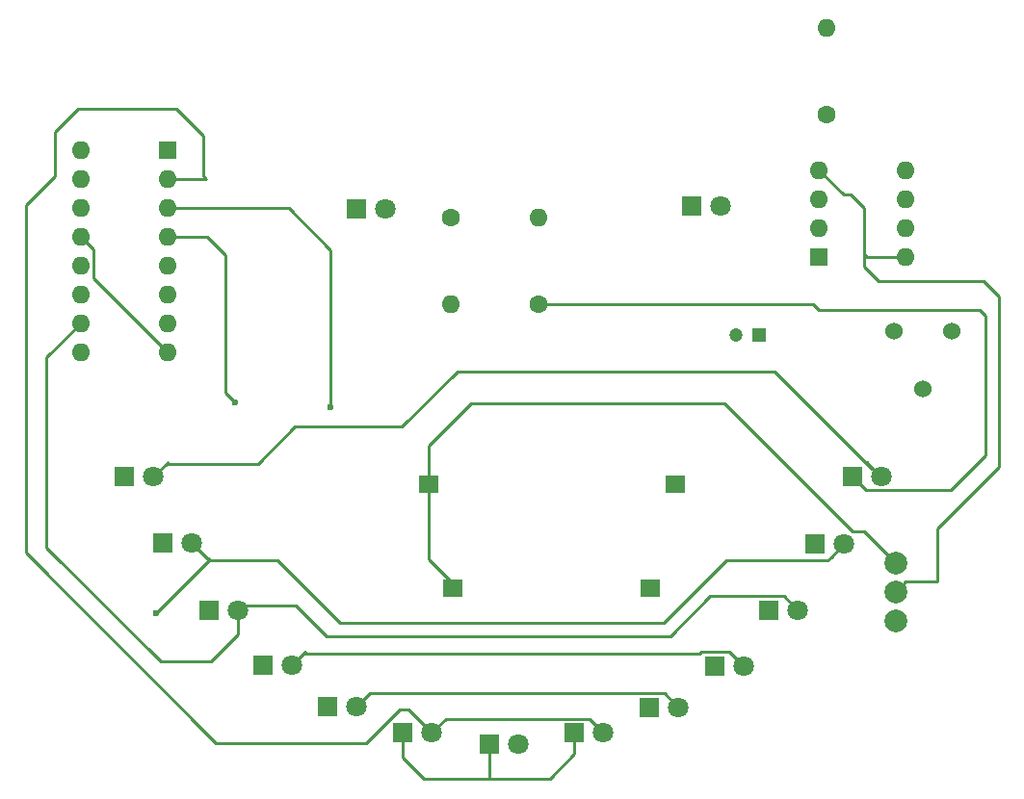
<source format=gbr>
%TF.GenerationSoftware,KiCad,Pcbnew,(5.1.9)-1*%
%TF.CreationDate,2021-05-28T20:42:47+02:00*%
%TF.ProjectId,Smiley2,536d696c-6579-4322-9e6b-696361645f70,rev?*%
%TF.SameCoordinates,Original*%
%TF.FileFunction,Copper,L1,Top*%
%TF.FilePolarity,Positive*%
%FSLAX46Y46*%
G04 Gerber Fmt 4.6, Leading zero omitted, Abs format (unit mm)*
G04 Created by KiCad (PCBNEW (5.1.9)-1) date 2021-05-28 20:42:47*
%MOMM*%
%LPD*%
G01*
G04 APERTURE LIST*
%TA.AperFunction,ComponentPad*%
%ADD10R,1.700000X1.524000*%
%TD*%
%TA.AperFunction,ComponentPad*%
%ADD11C,1.524000*%
%TD*%
%TA.AperFunction,ComponentPad*%
%ADD12R,1.200000X1.200000*%
%TD*%
%TA.AperFunction,ComponentPad*%
%ADD13C,1.200000*%
%TD*%
%TA.AperFunction,ComponentPad*%
%ADD14R,1.800000X1.800000*%
%TD*%
%TA.AperFunction,ComponentPad*%
%ADD15C,1.800000*%
%TD*%
%TA.AperFunction,ComponentPad*%
%ADD16O,1.600000X1.600000*%
%TD*%
%TA.AperFunction,ComponentPad*%
%ADD17C,1.600000*%
%TD*%
%TA.AperFunction,ComponentPad*%
%ADD18C,2.000000*%
%TD*%
%TA.AperFunction,ComponentPad*%
%ADD19R,1.600000X1.600000*%
%TD*%
%TA.AperFunction,ViaPad*%
%ADD20C,0.600000*%
%TD*%
%TA.AperFunction,Conductor*%
%ADD21C,0.250000*%
%TD*%
G04 APERTURE END LIST*
D10*
%TO.P,BAT-HLD-002,~*%
%TO.N,Net-(S1-Pad3)*%
X153611400Y-108419700D03*
%TO.P,BAT-HLD-002,1*%
%TO.N,N/C*%
X171051400Y-108459700D03*
%TO.P,BAT-HLD-002,~*%
%TO.N,Net-(S1-Pad3)*%
X151501400Y-99309700D03*
%TO.P,BAT-HLD-002,1*%
%TO.N,N/C*%
X173231400Y-99349700D03*
%TD*%
D11*
%TO.P,REF\u002A\u002A,3*%
%TO.N,Net-(P1-Pad1)*%
X194957700Y-90944700D03*
%TO.P,REF\u002A\u002A,2*%
%TO.N,Net-(C1-Pad1)*%
X192417700Y-85864700D03*
%TO.P,REF\u002A\u002A,1*%
%TO.N,Net-(P1-Pad1)*%
X197497700Y-85864700D03*
%TD*%
D12*
%TO.P,C1,1*%
%TO.N,Net-(C1-Pad1)*%
X180555900Y-86207600D03*
D13*
%TO.P,C1,2*%
%TO.N,Net-(C1-Pad2)*%
X178555900Y-86207600D03*
%TD*%
D14*
%TO.P,D1,1*%
%TO.N,Net-(D2-Pad1)*%
X156858600Y-122139100D03*
D15*
%TO.P,D1,2*%
%TO.N,Net-(D1-Pad2)*%
X159398600Y-122139100D03*
%TD*%
%TO.P,D2,2*%
%TO.N,Net-(D2-Pad2)*%
X166888600Y-121189100D03*
D14*
%TO.P,D2,1*%
%TO.N,Net-(D2-Pad1)*%
X164348600Y-121189100D03*
%TD*%
D15*
%TO.P,D3,2*%
%TO.N,Net-(D3-Pad2)*%
X173478600Y-118929100D03*
D14*
%TO.P,D3,1*%
%TO.N,Net-(D2-Pad1)*%
X170938600Y-118929100D03*
%TD*%
D15*
%TO.P,D4,2*%
%TO.N,Net-(D4-Pad2)*%
X179208600Y-115279100D03*
D14*
%TO.P,D4,1*%
%TO.N,Net-(D2-Pad1)*%
X176668600Y-115279100D03*
%TD*%
%TO.P,D5,1*%
%TO.N,Net-(D2-Pad1)*%
X181448600Y-110399100D03*
D15*
%TO.P,D5,2*%
%TO.N,Net-(D5-Pad2)*%
X183988600Y-110399100D03*
%TD*%
D14*
%TO.P,D6,1*%
%TO.N,Net-(D2-Pad1)*%
X185476600Y-104592100D03*
D15*
%TO.P,D6,2*%
%TO.N,Net-(D6-Pad2)*%
X188016600Y-104592100D03*
%TD*%
%TO.P,D7,2*%
%TO.N,Net-(D7-Pad2)*%
X191298600Y-98623100D03*
D14*
%TO.P,D7,1*%
%TO.N,Net-(D2-Pad1)*%
X188758600Y-98623100D03*
%TD*%
D15*
%TO.P,D8,2*%
%TO.N,Net-(U2-Pad3)*%
X177221600Y-74874100D03*
D14*
%TO.P,D8,1*%
%TO.N,Net-(D8-Pad1)*%
X174681600Y-74874100D03*
%TD*%
%TO.P,D22,1*%
%TO.N,Net-(D2-Pad1)*%
X149278600Y-121189100D03*
D15*
%TO.P,D22,2*%
%TO.N,Net-(D2-Pad2)*%
X151818600Y-121189100D03*
%TD*%
D14*
%TO.P,D33,1*%
%TO.N,Net-(D2-Pad1)*%
X142638600Y-118889100D03*
D15*
%TO.P,D33,2*%
%TO.N,Net-(D3-Pad2)*%
X145178600Y-118889100D03*
%TD*%
D14*
%TO.P,D44,1*%
%TO.N,Net-(D2-Pad1)*%
X136948600Y-115229100D03*
D15*
%TO.P,D44,2*%
%TO.N,Net-(D4-Pad2)*%
X139488600Y-115229100D03*
%TD*%
%TO.P,D55,2*%
%TO.N,Net-(D5-Pad2)*%
X134798600Y-110399100D03*
D14*
%TO.P,D55,1*%
%TO.N,Net-(D2-Pad1)*%
X132258600Y-110399100D03*
%TD*%
D15*
%TO.P,D66,2*%
%TO.N,Net-(D6-Pad2)*%
X130738600Y-104489100D03*
D14*
%TO.P,D66,1*%
%TO.N,Net-(D2-Pad1)*%
X128198600Y-104489100D03*
%TD*%
%TO.P,D77,1*%
%TO.N,Net-(D2-Pad1)*%
X124808600Y-98669100D03*
D15*
%TO.P,D77,2*%
%TO.N,Net-(D7-Pad2)*%
X127348600Y-98669100D03*
%TD*%
D14*
%TO.P,D88,1*%
%TO.N,Net-(D8-Pad1)*%
X145148600Y-75139100D03*
D15*
%TO.P,D88,2*%
%TO.N,Net-(U2-Pad3)*%
X147688600Y-75139100D03*
%TD*%
D16*
%TO.P,R1,2*%
%TO.N,Net-(P1-Pad1)*%
X186486800Y-59156600D03*
D17*
%TO.P,R1,1*%
%TO.N,Net-(C3-Pad1)*%
X186486800Y-66776600D03*
%TD*%
D16*
%TO.P,R2,2*%
%TO.N,Net-(C1-Pad2)*%
X153508600Y-83479100D03*
D17*
%TO.P,R2,1*%
%TO.N,Net-(D8-Pad1)*%
X153508600Y-75859100D03*
%TD*%
%TO.P,R3,1*%
%TO.N,Net-(D2-Pad1)*%
X161219600Y-83446600D03*
D16*
%TO.P,R3,2*%
%TO.N,Net-(C1-Pad2)*%
X161219600Y-75826600D03*
%TD*%
D18*
%TO.P,S1,1*%
%TO.N,Net-(S1-Pad1)*%
X192588600Y-111299100D03*
%TO.P,S1,2*%
%TO.N,Net-(C3-Pad1)*%
X192588600Y-108759100D03*
%TO.P,S1,3*%
%TO.N,Net-(S1-Pad3)*%
X192588600Y-106219100D03*
%TD*%
D19*
%TO.P,U2,1*%
%TO.N,Net-(C1-Pad2)*%
X185813700Y-79298800D03*
D16*
%TO.P,U2,5*%
%TO.N,Net-(C2-Pad1)*%
X193433700Y-71678800D03*
%TO.P,U2,2*%
%TO.N,Net-(C1-Pad1)*%
X185813700Y-76758800D03*
%TO.P,U2,6*%
X193433700Y-74218800D03*
%TO.P,U2,3*%
%TO.N,Net-(U2-Pad3)*%
X185813700Y-74218800D03*
%TO.P,U2,7*%
%TO.N,Net-(P1-Pad1)*%
X193433700Y-76758800D03*
%TO.P,U2,4*%
%TO.N,Net-(C3-Pad1)*%
X185813700Y-71678800D03*
%TO.P,U2,8*%
X193433700Y-79298800D03*
%TD*%
D19*
%TO.P,U3,1*%
%TO.N,Net-(D6-Pad2)*%
X128580600Y-69921100D03*
D16*
%TO.P,U3,9*%
%TO.N,Net-(U3-Pad9)*%
X120960600Y-87701100D03*
%TO.P,U3,2*%
%TO.N,Net-(D2-Pad2)*%
X128580600Y-72461100D03*
%TO.P,U3,10*%
%TO.N,Net-(D5-Pad2)*%
X120960600Y-85161100D03*
%TO.P,U3,3*%
%TO.N,Net-(D1-Pad2)*%
X128580600Y-75001100D03*
%TO.P,U3,11*%
%TO.N,Net-(U3-Pad11)*%
X120960600Y-82621100D03*
%TO.P,U3,4*%
%TO.N,Net-(D3-Pad2)*%
X128580600Y-77541100D03*
%TO.P,U3,12*%
%TO.N,Net-(U3-Pad12)*%
X120960600Y-80081100D03*
%TO.P,U3,5*%
%TO.N,Net-(D7-Pad2)*%
X128580600Y-80081100D03*
%TO.P,U3,13*%
%TO.N,Net-(C1-Pad2)*%
X120960600Y-77541100D03*
%TO.P,U3,6*%
%TO.N,Net-(U3-Pad6)*%
X128580600Y-82621100D03*
%TO.P,U3,14*%
%TO.N,Net-(U2-Pad3)*%
X120960600Y-75001100D03*
%TO.P,U3,7*%
%TO.N,Net-(D4-Pad2)*%
X128580600Y-85161100D03*
%TO.P,U3,15*%
%TO.N,Net-(C1-Pad2)*%
X120960600Y-72461100D03*
%TO.P,U3,8*%
X128580600Y-87701100D03*
%TO.P,U3,16*%
%TO.N,Net-(C3-Pad1)*%
X120960600Y-69921100D03*
%TD*%
D20*
%TO.N,Net-(D1-Pad2)*%
X142938600Y-92579100D03*
%TO.N,Net-(D3-Pad2)*%
X134508600Y-92129100D03*
%TO.N,Net-(D6-Pad2)*%
X127608600Y-110649100D03*
%TD*%
D21*
%TO.N,Net-(C1-Pad2)*%
X122085601Y-81206101D02*
X128580600Y-87701100D01*
X122085601Y-78666101D02*
X122085601Y-81206101D01*
X120960600Y-77541100D02*
X122085601Y-78666101D01*
%TO.N,Net-(C3-Pad1)*%
X196208600Y-107869100D02*
X193478600Y-107869100D01*
X196208600Y-103249100D02*
X196208600Y-107869100D01*
X201628600Y-97829100D02*
X196208600Y-103249100D01*
X193478600Y-107869100D02*
X192588600Y-108759100D01*
X201628600Y-82769100D02*
X201628600Y-97829100D01*
X200337600Y-81478100D02*
X201628600Y-82769100D01*
X191067600Y-81478100D02*
X200337600Y-81478100D01*
X189768600Y-80179100D02*
X191067600Y-81478100D01*
X188577600Y-73858100D02*
X189768600Y-75049100D01*
X187993000Y-73858100D02*
X188577600Y-73858100D01*
X185813700Y-71678800D02*
X187993000Y-73858100D01*
X190040500Y-79298800D02*
X189768600Y-79026900D01*
X189768600Y-79026900D02*
X189768600Y-80179100D01*
X193433700Y-79298800D02*
X190040500Y-79298800D01*
X189768600Y-75049100D02*
X189768600Y-79026900D01*
%TO.N,Net-(D1-Pad2)*%
X142938600Y-92579100D02*
X142938600Y-78709100D01*
X139230600Y-75001100D02*
X128580600Y-75001100D01*
X142938600Y-78709100D02*
X139230600Y-75001100D01*
%TO.N,Net-(D2-Pad2)*%
X153043601Y-119964099D02*
X151818600Y-121189100D01*
X165663599Y-119964099D02*
X153043601Y-119964099D01*
X166888600Y-121189100D02*
X165663599Y-119964099D01*
X149008600Y-119119100D02*
X149748600Y-119119100D01*
X128580600Y-72461100D02*
X131996600Y-72461100D01*
X131748600Y-68689100D02*
X129358600Y-66299100D01*
X131996600Y-72461100D02*
X131748600Y-72213100D01*
X131748600Y-72213100D02*
X131748600Y-68689100D01*
X149748600Y-119119100D02*
X151818600Y-121189100D01*
X146058600Y-122069100D02*
X149008600Y-119119100D01*
X121288600Y-66299100D02*
X120748600Y-66299100D01*
X129358600Y-66299100D02*
X121288600Y-66299100D01*
X121288600Y-66299100D02*
X121018600Y-66299100D01*
X120748600Y-66299100D02*
X118718600Y-68329100D01*
X118718600Y-68329100D02*
X118718600Y-72189100D01*
X118718600Y-72189100D02*
X116158600Y-74749100D01*
X116158600Y-74749100D02*
X116158600Y-104089100D01*
X116158600Y-104089100D02*
X116128600Y-104119100D01*
X116128600Y-104119100D02*
X116128600Y-105349100D01*
X132848600Y-122069100D02*
X132878600Y-122069100D01*
X116128600Y-105349100D02*
X132848600Y-122069100D01*
X132878600Y-122069100D02*
X146058600Y-122069100D01*
%TO.N,Net-(D2-Pad1)*%
X149278600Y-121189100D02*
X149278600Y-123399100D01*
X149278600Y-123399100D02*
X151078600Y-125199100D01*
X164348600Y-123019100D02*
X164348600Y-121189100D01*
X162168600Y-125199100D02*
X164348600Y-123019100D01*
X185331102Y-83446600D02*
X185843602Y-83959100D01*
X161219600Y-83446600D02*
X185331102Y-83446600D01*
X185843602Y-83959100D02*
X199998600Y-83959100D01*
X200505601Y-84466101D02*
X200505601Y-96752099D01*
X199998600Y-83959100D02*
X200505601Y-84466101D01*
X189983601Y-99848101D02*
X188758600Y-98623100D01*
X197409599Y-99848101D02*
X189983601Y-99848101D01*
X200505601Y-96752099D02*
X197409599Y-99848101D01*
X156858600Y-125086400D02*
X156745900Y-125199100D01*
X156858600Y-122139100D02*
X156858600Y-125086400D01*
X156745900Y-125199100D02*
X162168600Y-125199100D01*
X151078600Y-125199100D02*
X156745900Y-125199100D01*
%TO.N,Net-(D3-Pad2)*%
X146363601Y-117704099D02*
X145178600Y-118889100D01*
X172253599Y-117704099D02*
X146363601Y-117704099D01*
X173478600Y-118929100D02*
X172253599Y-117704099D01*
X134508600Y-92129100D02*
X133688600Y-91309100D01*
X133688600Y-91309100D02*
X133688600Y-79159100D01*
X132070600Y-77541100D02*
X128580600Y-77541100D01*
X133688600Y-79159100D02*
X132070600Y-77541100D01*
%TO.N,Net-(D4-Pad2)*%
X179208600Y-115279100D02*
X177983599Y-114054099D01*
X175341998Y-114220700D02*
X140497000Y-114220700D01*
X175508599Y-114054099D02*
X175341998Y-114220700D01*
X177983599Y-114054099D02*
X175508599Y-114054099D01*
X140497000Y-114220700D02*
X139488600Y-115229100D01*
X140663601Y-114054099D02*
X140497000Y-114220700D01*
%TO.N,Net-(D5-Pad2)*%
X120960600Y-85161100D02*
X117958600Y-88163100D01*
X117958600Y-88163100D02*
X117958600Y-104879100D01*
X117958600Y-104879100D02*
X127978600Y-114899100D01*
X127978600Y-114899100D02*
X132428600Y-114899100D01*
X134798600Y-112529100D02*
X134798600Y-110399100D01*
X132428600Y-114899100D02*
X134798600Y-112529100D01*
X183988600Y-110399100D02*
X182763599Y-109174099D01*
X182763599Y-109174099D02*
X176242799Y-109174099D01*
X176242799Y-109174099D02*
X172767898Y-112649000D01*
X172767898Y-112649000D02*
X142544800Y-112649000D01*
X135241100Y-109956600D02*
X134798600Y-110399100D01*
X139852400Y-109956600D02*
X135241100Y-109956600D01*
X142544800Y-112649000D02*
X139852400Y-109956600D01*
%TO.N,Net-(D6-Pad2)*%
X132066601Y-105817101D02*
X130738600Y-104489100D01*
X132250599Y-106007101D02*
X132250599Y-105817101D01*
X127608600Y-110649100D02*
X132250599Y-106007101D01*
X132250599Y-105817101D02*
X132066601Y-105817101D01*
X186887200Y-105721500D02*
X186627200Y-105981500D01*
X188016600Y-104592100D02*
X186887200Y-105721500D01*
X186887200Y-105721500D02*
X186791599Y-105817101D01*
X186627200Y-105981500D02*
X177736500Y-105981500D01*
X172173900Y-111544100D02*
X143738600Y-111544100D01*
X177736500Y-105981500D02*
X172173900Y-111544100D01*
X143738600Y-111544100D02*
X138214100Y-106019600D01*
X132269100Y-106019600D02*
X132066601Y-105817101D01*
X138214100Y-106019600D02*
X132269100Y-106019600D01*
%TO.N,Net-(D7-Pad2)*%
X127348600Y-98669100D02*
X128496500Y-97521200D01*
X128496500Y-97521200D02*
X128619601Y-97398099D01*
X190442052Y-97921550D02*
X190597050Y-97921550D01*
X149199600Y-94259400D02*
X154051000Y-89408000D01*
X139788900Y-94259400D02*
X149199600Y-94259400D01*
X154051000Y-89408000D02*
X181928502Y-89408000D01*
X136527100Y-97521200D02*
X139788900Y-94259400D01*
X181928502Y-89408000D02*
X190442052Y-97921550D01*
X190597050Y-97921550D02*
X191298600Y-98623100D01*
X128496500Y-97521200D02*
X136527100Y-97521200D01*
X190073599Y-97398099D02*
X190597050Y-97921550D01*
%TO.N,Net-(S1-Pad3)*%
X192588600Y-106219100D02*
X189788800Y-103419300D01*
X189788800Y-103419300D02*
X188788700Y-103419300D01*
X188788700Y-103419300D02*
X177533300Y-92163900D01*
X177533300Y-92163900D02*
X155295600Y-92163900D01*
X151501400Y-95958100D02*
X151707850Y-95751650D01*
X151501400Y-99309700D02*
X151501400Y-95958100D01*
X151707850Y-95751650D02*
X151553700Y-95905800D01*
X155295600Y-92163900D02*
X151707850Y-95751650D01*
X153611400Y-108419700D02*
X153611400Y-108031100D01*
X151501400Y-105921100D02*
X151501400Y-99309700D01*
X153611400Y-108031100D02*
X151501400Y-105921100D01*
%TD*%
M02*

</source>
